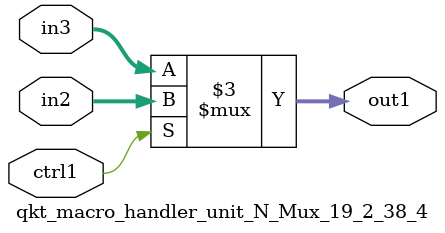
<source format=v>

`timescale 1ps / 1ps


module qkt_macro_handler_unit_N_Mux_19_2_38_4( in3, in2, ctrl1, out1 );

    input [18:0] in3;
    input [18:0] in2;
    input ctrl1;
    output [18:0] out1;
    reg [18:0] out1;

    
    // rtl_process:qkt_macro_handler_unit_N_Mux_19_2_38_4/qkt_macro_handler_unit_N_Mux_19_2_38_4_thread_1
    always @*
      begin : qkt_macro_handler_unit_N_Mux_19_2_38_4_thread_1
        case (ctrl1) 
          1'b1: 
            begin
              out1 = in2;
            end
          default: 
            begin
              out1 = in3;
            end
        endcase
      end

endmodule


</source>
